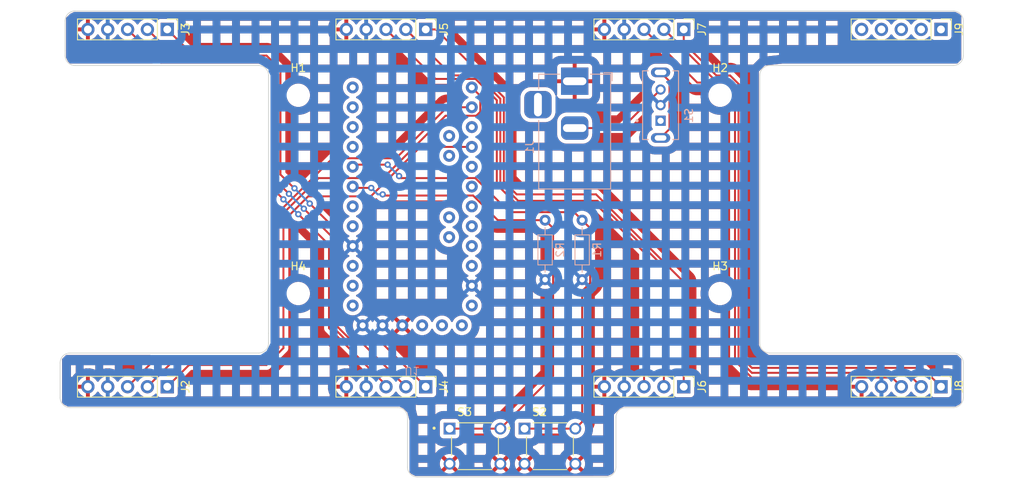
<source format=kicad_pcb>
(kicad_pcb (version 20221018) (generator pcbnew)
  (title_block (title "4x8x8 Led Matrix Display Clock") (date "2023-06-26") (rev "${design_version}") (company "Filippo Graziani"))
  (layers (0 "F.Cu" mixed) (31 "B.Cu" mixed) (34 "B.Paste" user) (35 "F.Paste" user) (36 "B.SilkS" user "B.Silkscreen") (37 "F.SilkS" user "F.Silkscreen") (38 "B.Mask" user) (39 "F.Mask" user) (44 "Edge.Cuts" user))
  (property "design_version" "1.0")
  (net 0 "")
  (net 1 "/Vcc")
  (net 2 "Net-(J1-Pad2)")
  (net 3 "/CIN0")
  (net 4 "/DIN0")
  (net 5 "/CLK0")
  (net 6 "GND")
  (net 7 "/CIN1")
  (net 8 "/DIN1")
  (net 9 "/CLK1")
  (net 10 "/CIN2")
  (net 11 "/DIN2")
  (net 12 "/CLK2")
  (net 13 "/CIN3")
  (net 14 "/DIN3")
  (net 15 "/CLK3")
  (net 21 "/TIMER_RESET")
  (net 22 "/MODE_SELECT")
  (net 24 "unconnected-(S1-SHIELD-PadS1)")
  (footprint "Connector_PinHeader_2.54mm:PinHeader_1x05_P2.54mm_Vertical" (layer "F.Cu") (at 200.3502 49.9872 -90)
    (fp_text reference "J9" (at 0 -2.33 90) (layer "F.SilkS"))
    (fp_text value "LED4_OUT")
    (fp_line (start -1.33 -1.33) (end 0 -1.33) (stroke (width 0.12)) (layer "F.SilkS"))
    (fp_line (start -1.33 0) (end -1.33 -1.33) (stroke (width 0.12)) (layer "F.SilkS"))
    (fp_line (start -1.33 1.27) (end -1.33 11.49) (stroke (width 0.12)) (layer "F.SilkS"))
    (fp_line (start -1.33 1.27) (end 1.33 1.27) (stroke (width 0.12)) (layer "F.SilkS"))
    (fp_line (start -1.33 11.49) (end 1.33 11.49) (stroke (width 0.12)) (layer "F.SilkS"))
    (fp_line (start 1.33 1.27) (end 1.33 11.49) (stroke (width 0.12)) (layer "F.SilkS"))
    (pad "1" thru_hole rect locked (at 0 0 270) (size 1.7 1.7) (drill 1) (layers "*.Cu" "*.Mask"))
    (pad "2" thru_hole oval locked (at 0 2.54 270) (size 1.7 1.7) (drill 1) (layers "*.Cu" "*.Mask"))
    (pad "3" thru_hole oval locked (at 0 5.08 270) (size 1.7 1.7) (drill 1) (layers "*.Cu" "*.Mask"))
    (pad "4" thru_hole oval locked (at 0 7.62 270) (size 1.7 1.7) (drill 1) (layers "*.Cu" "*.Mask"))
    (pad "5" thru_hole oval locked (at 0 10.16 270) (size 1.7 1.7) (drill 1) (layers "*.Cu" "*.Mask"))
  )
  (footprint "1825967-1:SW_1825967-1" (layer "F.Cu") (at 140.716 103.378)
    (fp_text reference "S3" (at -1.325 -4.379) (layer "F.SilkS"))
    (fp_text value "1825967-1")
    (fp_line (start -3 1.17) (end -3 -1.17) (stroke (width 0.127)) (layer "F.SilkS"))
    (fp_line (start -2.17 3) (end 2.17 3) (stroke (width 0.127)) (layer "F.SilkS"))
    (fp_line (start 2.17 -3) (end -2.17 -3) (stroke (width 0.127)) (layer "F.SilkS"))
    (fp_line (start 3 -1.17) (end 3 1.17) (stroke (width 0.127)) (layer "F.SilkS"))
    (fp_circle (center -5.23 -2.312) (end -5.13 -2.312) (stroke (width 0.2)) (fill none) (layer "F.SilkS"))
    (pad "1" thru_hole rect (at -3.25 -2.25) (size 1.508 1.508) (drill 1) (layers "*.Cu" "*.Mask") (net 22 "/MODE_SELECT"))
    (pad "2" thru_hole circle (at 3.25 -2.25) (size 1.508 1.508) (drill 1) (layers "*.Cu" "*.Mask") (net 22 "/MODE_SELECT"))
    (pad "3" thru_hole circle (at -3.25 2.25) (size 1.508 1.508) (drill 1) (layers "*.Cu" "*.Mask") (net 1 "/Vcc"))
    (pad "4" thru_hole circle (at 3.25 2.25) (size 1.508 1.508) (drill 1) (layers "*.Cu" "*.Mask") (net 1 "/Vcc"))
  )
  (footprint "1825967-1:SW_1825967-1" (layer "F.Cu") (at 150.308 103.378)
    (fp_text reference "S2" (at -1.325 -4.379) (layer "F.SilkS"))
    (fp_text value "1825967-1")
    (fp_line (start -3 1.17) (end -3 -1.17) (stroke (width 0.127)) (layer "F.SilkS"))
    (fp_line (start -2.17 3) (end 2.17 3) (stroke (width 0.127)) (layer "F.SilkS"))
    (fp_line (start 2.17 -3) (end -2.17 -3) (stroke (width 0.127)) (layer "F.SilkS"))
    (fp_line (start 3 -1.17) (end 3 1.17) (stroke (width 0.127)) (layer "F.SilkS"))
    (fp_circle (center -5.23 -2.312) (end -5.13 -2.312) (stroke (width 0.2)) (fill none) (layer "F.SilkS"))
    (pad "1" thru_hole rect (at -3.25 -2.25) (size 1.508 1.508) (drill 1) (layers "*.Cu" "*.Mask") (net 21 "/TIMER_RESET"))
    (pad "2" thru_hole circle (at 3.25 -2.25) (size 1.508 1.508) (drill 1) (layers "*.Cu" "*.Mask") (net 21 "/TIMER_RESET"))
    (pad "3" thru_hole circle (at -3.25 2.25) (size 1.508 1.508) (drill 1) (layers "*.Cu" "*.Mask") (net 1 "/Vcc"))
    (pad "4" thru_hole circle (at 3.25 2.25) (size 1.508 1.508) (drill 1) (layers "*.Cu" "*.Mask") (net 1 "/Vcc"))
  )
  (footprint "Connector_PinHeader_2.54mm:PinHeader_1x05_P2.54mm_Vertical" (layer "F.Cu") (at 167.4318 95.758 -90)
    (fp_text reference "J6" (at 0 -2.33 90) (layer "F.SilkS"))
    (fp_text value "LED3_IN")
    (fp_line (start -1.33 -1.33) (end 0 -1.33) (stroke (width 0.12)) (layer "F.SilkS"))
    (fp_line (start -1.33 0) (end -1.33 -1.33) (stroke (width 0.12)) (layer "F.SilkS"))
    (fp_line (start -1.33 1.27) (end -1.33 11.49) (stroke (width 0.12)) (layer "F.SilkS"))
    (fp_line (start -1.33 1.27) (end 1.33 1.27) (stroke (width 0.12)) (layer "F.SilkS"))
    (fp_line (start -1.33 11.49) (end 1.33 11.49) (stroke (width 0.12)) (layer "F.SilkS"))
    (fp_line (start 1.33 1.27) (end 1.33 11.49) (stroke (width 0.12)) (layer "F.SilkS"))
    (pad "1" thru_hole rect locked (at 0 0 270) (size 1.7 1.7) (drill 1) (layers "*.Cu" "*.Mask") (net 10 "/CIN2"))
    (pad "2" thru_hole oval locked (at 0 2.54 270) (size 1.7 1.7) (drill 1) (layers "*.Cu" "*.Mask") (net 11 "/DIN2"))
    (pad "3" thru_hole oval locked (at 0 5.08 270) (size 1.7 1.7) (drill 1) (layers "*.Cu" "*.Mask") (net 12 "/CLK2"))
    (pad "4" thru_hole oval locked (at 0 7.62 270) (size 1.7 1.7) (drill 1) (layers "*.Cu" "*.Mask") (net 6 "GND"))
    (pad "5" thru_hole oval locked (at 0 10.16 270) (size 1.7 1.7) (drill 1) (layers "*.Cu" "*.Mask") (net 1 "/Vcc"))
  )
  (footprint "MountingHole:MountingHole_2.5mm" (layer "F.Cu") (at 172.085 58.42)
    (fp_text reference "H2" (at 0 -3.5) (layer "F.SilkS"))
    (fp_text value "MountingHole")
    (pad "" np_thru_hole circle (at 0 0) (size 2.5 2.5) (drill 2.5) (layers "*.Cu" "*.Mask"))
  )
  (footprint "MountingHole:MountingHole_2.5mm" (layer "F.Cu") (at 172.085 83.82)
    (fp_text reference "H3" (at 0 -3.5) (layer "F.SilkS"))
    (fp_text value "MountingHole")
    (pad "" np_thru_hole circle (at 0 0) (size 2.5 2.5) (drill 2.5) (layers "*.Cu" "*.Mask"))
  )
  (footprint "Connector_PinHeader_2.54mm:PinHeader_1x05_P2.54mm_Vertical" (layer "F.Cu") (at 134.4118 49.9872 -90)
    (fp_text reference "J5" (at 0 -2.33 90) (layer "F.SilkS"))
    (fp_text value "LED2_OUT")
    (fp_line (start -1.33 -1.33) (end 0 -1.33) (stroke (width 0.12)) (layer "F.SilkS"))
    (fp_line (start -1.33 0) (end -1.33 -1.33) (stroke (width 0.12)) (layer "F.SilkS"))
    (fp_line (start -1.33 1.27) (end -1.33 11.49) (stroke (width 0.12)) (layer "F.SilkS"))
    (fp_line (start -1.33 1.27) (end 1.33 1.27) (stroke (width 0.12)) (layer "F.SilkS"))
    (fp_line (start -1.33 11.49) (end 1.33 11.49) (stroke (width 0.12)) (layer "F.SilkS"))
    (fp_line (start 1.33 1.27) (end 1.33 11.49) (stroke (width 0.12)) (layer "F.SilkS"))
    (pad "1" thru_hole rect locked (at 0 0 270) (size 1.7 1.7) (drill 1) (layers "*.Cu" "*.Mask") (net 10 "/CIN2"))
    (pad "2" thru_hole oval locked (at 0 2.54 270) (size 1.7 1.7) (drill 1) (layers "*.Cu" "*.Mask") (net 11 "/DIN2"))
    (pad "3" thru_hole oval locked (at 0 5.08 270) (size 1.7 1.7) (drill 1) (layers "*.Cu" "*.Mask") (net 12 "/CLK2"))
    (pad "4" thru_hole oval locked (at 0 7.62 270) (size 1.7 1.7) (drill 1) (layers "*.Cu" "*.Mask") (net 6 "GND"))
    (pad "5" thru_hole oval locked (at 0 10.16 270) (size 1.7 1.7) (drill 1) (layers "*.Cu" "*.Mask") (net 1 "/Vcc"))
  )
  (footprint "Connector_PinHeader_2.54mm:PinHeader_1x05_P2.54mm_Vertical" (layer "F.Cu") (at 101.341 49.9872 -90)
    (fp_text reference "J3" (at 0 -2.33 90) (layer "F.SilkS"))
    (fp_text value "LED1_OUT")
    (fp_line (start -1.33 -1.33) (end 0 -1.33) (stroke (width 0.12)) (layer "F.SilkS"))
    (fp_line (start -1.33 0) (end -1.33 -1.33) (stroke (width 0.12)) (layer "F.SilkS"))
    (fp_line (start -1.33 1.27) (end -1.33 11.49) (stroke (width 0.12)) (layer "F.SilkS"))
    (fp_line (start -1.33 1.27) (end 1.33 1.27) (stroke (width 0.12)) (layer "F.SilkS"))
    (fp_line (start -1.33 11.49) (end 1.33 11.49) (stroke (width 0.12)) (layer "F.SilkS"))
    (fp_line (start 1.33 1.27) (end 1.33 11.49) (stroke (width 0.12)) (layer "F.SilkS"))
    (pad "1" thru_hole rect locked (at 0 0 270) (size 1.7 1.7) (drill 1) (layers "*.Cu" "*.Mask") (net 7 "/CIN1"))
    (pad "2" thru_hole oval locked (at 0 2.54 270) (size 1.7 1.7) (drill 1) (layers "*.Cu" "*.Mask") (net 8 "/DIN1"))
    (pad "3" thru_hole oval locked (at 0 5.08 270) (size 1.7 1.7) (drill 1) (layers "*.Cu" "*.Mask") (net 9 "/CLK1"))
    (pad "4" thru_hole oval locked (at 0 7.62 270) (size 1.7 1.7) (drill 1) (layers "*.Cu" "*.Mask") (net 6 "GND"))
    (pad "5" thru_hole oval locked (at 0 10.16 270) (size 1.7 1.7) (drill 1) (layers "*.Cu" "*.Mask") (net 1 "/Vcc"))
  )
  (footprint "Connector_PinHeader_2.54mm:PinHeader_1x05_P2.54mm_Vertical" (layer "F.Cu") (at 134.4118 95.758 -90)
    (fp_text reference "J4" (at 0 -2.33 90) (layer "F.SilkS"))
    (fp_text value "LED2_IN")
    (fp_line (start -1.33 -1.33) (end 0 -1.33) (stroke (width 0.12)) (layer "F.SilkS"))
    (fp_line (start -1.33 0) (end -1.33 -1.33) (stroke (width 0.12)) (layer "F.SilkS"))
    (fp_line (start -1.33 1.27) (end -1.33 11.49) (stroke (width 0.12)) (layer "F.SilkS"))
    (fp_line (start -1.33 1.27) (end 1.33 1.27) (stroke (width 0.12)) (layer "F.SilkS"))
    (fp_line (start -1.33 11.49) (end 1.33 11.49) (stroke (width 0.12)) (layer "F.SilkS"))
    (fp_line (start 1.33 1.27) (end 1.33 11.49) (stroke (width 0.12)) (layer "F.SilkS"))
    (pad "1" thru_hole rect locked (at 0 0 270) (size 1.7 1.7) (drill 1) (layers "*.Cu" "*.Mask") (net 7 "/CIN1"))
    (pad "2" thru_hole oval locked (at 0 2.54 270) (size 1.7 1.7) (drill 1) (layers "*.Cu" "*.Mask") (net 8 "/DIN1"))
    (pad "3" thru_hole oval locked (at 0 5.08 270) (size 1.7 1.7) (drill 1) (layers "*.Cu" "*.Mask") (net 9 "/CLK1"))
    (pad "4" thru_hole oval locked (at 0 7.62 270) (size 1.7 1.7) (drill 1) (layers "*.Cu" "*.Mask") (net 6 "GND"))
    (pad "5" thru_hole oval locked (at 0 10.16 270) (size 1.7 1.7) (drill 1) (layers "*.Cu" "*.Mask") (net 1 "/Vcc"))
  )
  (footprint "Connector_PinHeader_2.54mm:PinHeader_1x05_P2.54mm_Vertical" (layer "F.Cu") (at 101.341 95.758 -90)
    (fp_text reference "J2" (at 0 -2.33 90) (layer "F.SilkS"))
    (fp_text value "LED1_IN")
    (fp_line (start -1.33 -1.33) (end 0 -1.33) (stroke (width 0.12)) (layer "F.SilkS"))
    (fp_line (start -1.33 0) (end -1.33 -1.33) (stroke (width 0.12)) (layer "F.SilkS"))
    (fp_line (start -1.33 1.27) (end -1.33 11.49) (stroke (width 0.12)) (layer "F.SilkS"))
    (fp_line (start -1.33 1.27) (end 1.33 1.27) (stroke (width 0.12)) (layer "F.SilkS"))
    (fp_line (start -1.33 11.49) (end 1.33 11.49) (stroke (width 0.12)) (layer "F.SilkS"))
    (fp_line (start 1.33 1.27) (end 1.33 11.49) (stroke (width 0.12)) (layer "F.SilkS"))
    (pad "1" thru_hole rect locked (at 0 0 270) (size 1.7 1.7) (drill 1) (layers "*.Cu" "*.Mask") (net 3 "/CIN0"))
    (pad "2" thru_hole oval locked (at 0 2.54 270) (size 1.7 1.7) (drill 1) (layers "*.Cu" "*.Mask") (net 4 "/DIN0"))
    (pad "3" thru_hole oval locked (at 0 5.08 270) (size 1.7 1.7) (drill 1) (layers "*.Cu" "*.Mask") (net 5 "/CLK0"))
    (pad "4" thru_hole oval locked (at 0 7.62 270) (size 1.7 1.7) (drill 1) (layers "*.Cu" "*.Mask") (net 6 "GND"))
    (pad "5" thru_hole oval locked (at 0 10.16 270) (size 1.7 1.7) (drill 1) (layers "*.Cu" "*.Mask") (net 1 "/Vcc"))
  )
  (footprint "Connector_PinHeader_2.54mm:PinHeader_1x05_P2.54mm_Vertical" (layer "F.Cu") (at 200.3502 95.758 -90)
    (fp_text reference "J8" (at 0 -2.33 90) (layer "F.SilkS"))
    (fp_text value "LED4_IN")
    (fp_line (start -1.33 -1.33) (end 0 -1.33) (stroke (width 0.12)) (layer "F.SilkS"))
    (fp_line (start -1.33 0) (end -1.33 -1.33) (stroke (width 0.12)) (layer "F.SilkS"))
    (fp_line (start -1.33 1.27) (end -1.33 11.49) (stroke (width 0.12)) (layer "F.SilkS"))
    (fp_line (start -1.33 1.27) (end 1.33 1.27) (stroke (width 0.12)) (layer "F.SilkS"))
    (fp_line (start -1.33 11.49) (end 1.33 11.49) (stroke (width 0.12)) (layer "F.SilkS"))
    (fp_line (start 1.33 1.27) (end 1.33 11.49) (stroke (width 0.12)) (layer "F.SilkS"))
    (pad "1" thru_hole rect locked (at 0 0 270) (size 1.7 1.7) (drill 1) (layers "*.Cu" "*.Mask") (net 13 "/CIN3"))
    (pad "2" thru_hole oval locked (at 0 2.54 270) (size 1.7 1.7) (drill 1) (layers "*.Cu" "*.Mask") (net 14 "/DIN3"))
    (pad "3" thru_hole oval locked (at 0 5.08 270) (size 1.7 1.7) (drill 1) (layers "*.Cu" "*.Mask") (net 15 "/CLK3"))
    (pad "4" thru_hole oval locked (at 0 7.62 270) (size 1.7 1.7) (drill 1) (layers "*.Cu" "*.Mask") (net 6 "GND"))
    (pad "5" thru_hole oval locked (at 0 10.16 270) (size 1.7 1.7) (drill 1) (layers "*.Cu" "*.Mask") (net 1 "/Vcc"))
  )
  (footprint "Connector_PinHeader_2.54mm:PinHeader_1x05_P2.54mm_Vertical" (layer "F.Cu") (at 167.4318 49.9872 -90)
    (fp_text reference "J7" (at 0 -2.33 90) (layer "F.SilkS"))
    (fp_text value "LED3_OUT")
    (fp_line (start -1.33 -1.33) (end 0 -1.33) (stroke (width 0.12)) (layer "F.SilkS"))
    (fp_line (start -1.33 0) (end -1.33 -1.33) (stroke (width 0.12)) (layer "F.SilkS"))
    (fp_line (start -1.33 1.27) (end -1.33 11.49) (stroke (width 0.12)) (layer "F.SilkS"))
    (fp_line (start -1.33 1.27) (end 1.33 1.27) (stroke (width 0.12)) (layer "F.SilkS"))
    (fp_line (start -1.33 11.49) (end 1.33 11.49) (stroke (width 0.12)) (layer "F.SilkS"))
    (fp_line (start 1.33 1.27) (end 1.33 11.49) (stroke (width 0.12)) (layer "F.SilkS"))
    (pad "1" thru_hole rect locked (at 0 0 270) (size 1.7 1.7) (drill 1) (layers "*.Cu" "*.Mask") (net 13 "/CIN3"))
    (pad "2" thru_hole oval locked (at 0 2.54 270) (size 1.7 1.7) (drill 1) (layers "*.Cu" "*.Mask") (net 14 "/DIN3"))
    (pad "3" thru_hole oval locked (at 0 5.08 270) (size 1.7 1.7) (drill 1) (layers "*.Cu" "*.Mask") (net 15 "/CLK3"))
    (pad "4" thru_hole oval locked (at 0 7.62 270) (size 1.7 1.7) (drill 1) (layers "*.Cu" "*.Mask") (net 6 "GND"))
    (pad "5" thru_hole oval locked (at 0 10.16 270) (size 1.7 1.7) (drill 1) (layers "*.Cu" "*.Mask") (net 1 "/Vcc"))
  )
  (footprint "MountingHole:MountingHole_2.5mm" (layer "F.Cu") (at 118.11 83.82)
    (fp_text reference "H4" (at 0 -3.5) (layer "F.SilkS"))
    (fp_text value "MountingHole")
    (pad "" np_thru_hole circle (at 0 0) (size 2.5 2.5) (drill 2.5) (layers "*.Cu" "*.Mask"))
  )
  (footprint "MountingHole:MountingHole_2.5mm" (layer "F.Cu") (at 118.11 58.42)
    (fp_text reference "H1" (at 0 -3.5) (layer "F.SilkS"))
    (fp_text value "MountingHole")
    (pad "" np_thru_hole circle (at 0 0) (size 2.5 2.5) (drill 2.5) (layers "*.Cu" "*.Mask"))
  )
  (footprint "Connector_BarrelJack:BarrelJack_Horizontal" (layer "B.Cu") (at 153.4745 56.625 90)
    (fp_text reference "J1" (at -8.45 -5.75 90) (layer "B.SilkS") (effects (justify mirror)))
    (fp_text value "Barrel_Jack")
    (fp_line (start -13.8 -4.6) (end -13.8 4.6) (stroke (width 0.12)) (layer "B.SilkS"))
    (fp_line (start -13.8 4.6) (end 0.9 4.6) (stroke (width 0.12)) (layer "B.SilkS"))
    (fp_line (start -5 -4.6) (end -13.8 -4.6) (stroke (width 0.12)) (layer "B.SilkS"))
    (fp_line (start 0.05 4.8) (end 1.1 4.8) (stroke (width 0.12)) (layer "B.SilkS"))
    (fp_line (start 0.9 -4.6) (end -1 -4.6) (stroke (width 0.12)) (layer "B.SilkS"))
    (fp_line (start 0.9 -1.9) (end 0.9 -4.6) (stroke (width 0.12)) (layer "B.SilkS"))
    (fp_line (start 0.9 4.6) (end 0.9 2) (stroke (width 0.12)) (layer "B.SilkS"))
    (fp_line (start 1.1 3.75) (end 1.1 4.8) (stroke (width 0.12)) (layer "B.SilkS"))
    (pad "1" thru_hole rect (at 0 0 90) (size 3.5 3.5) (drill oval 1 3) (layers "*.Cu" "*.Mask") (net 1 "/Vcc"))
    (pad "2" thru_hole roundrect (at -6 0 90) (size 3 3.5) (drill oval 1 3) (layers "*.Cu" "*.Mask") (net 2 "Net-(J1-Pad2)"))
    (pad "3" thru_hole roundrect (at -3 -4.7 90) (size 3.5 3.5) (drill oval 3 1) (layers "*.Cu" "*.Mask"))
  )
  (footprint "Resistor_THT:R_Axial_DIN0204_L3.6mm_D1.6mm_P7.62mm_Horizontal" (layer "B.Cu") (at 154.432 82.042 90)
    (fp_text reference "R1" (at 3.81 1.92 90) (layer "B.SilkS") (effects (justify mirror)))
    (fp_text value "10K")
    (fp_line (start 0.94 0) (end 1.89 0) (stroke (width 0.12)) (layer "B.SilkS"))
    (fp_line (start 1.89 -0.92) (end 5.73 -0.92) (stroke (width 0.12)) (layer "B.SilkS"))
    (fp_line (start 1.89 0.92) (end 1.89 -0.92) (stroke (width 0.12)) (layer "B.SilkS"))
    (fp_line (start 5.73 -0.92) (end 5.73 0.92) (stroke (width 0.12)) (layer "B.SilkS"))
    (fp_line (start 5.73 0.92) (end 1.89 0.92) (stroke (width 0.12)) (layer "B.SilkS"))
    (fp_line (start 6.68 0) (end 5.73 0) (stroke (width 0.12)) (layer "B.SilkS"))
    (pad "1" thru_hole circle (at 0 0 90) (size 1.4 1.4) (drill 0.7) (layers "*.Cu" "*.Mask") (net 6 "GND"))
    (pad "2" thru_hole oval (at 7.62 0 90) (size 1.4 1.4) (drill 0.7) (layers "*.Cu" "*.Mask") (net 21 "/TIMER_RESET"))
  )
  (footprint "Resistor_THT:R_Axial_DIN0204_L3.6mm_D1.6mm_P7.62mm_Horizontal" (layer "B.Cu") (at 149.6895 82.042 90)
    (fp_text reference "R2" (at 3.81 1.92 90) (layer "B.SilkS") (effects (justify mirror)))
    (fp_text value "10K")
    (fp_line (start 0.94 0) (end 1.89 0) (stroke (width 0.12)) (layer "B.SilkS"))
    (fp_line (start 1.89 -0.92) (end 5.73 -0.92) (stroke (width 0.12)) (layer "B.SilkS"))
    (fp_line (start 1.89 0.92) (end 1.89 -0.92) (stroke (width 0.12)) (layer "B.SilkS"))
    (fp_line (start 5.73 -0.92) (end 5.73 0.92) (stroke (width 0.12)) (layer "B.SilkS"))
    (fp_line (start 5.73 0.92) (end 1.89 0.92) (stroke (width 0.12)) (layer "B.SilkS"))
    (fp_line (start 6.68 0) (end 5.73 0) (stroke (width 0.12)) (layer "B.SilkS"))
    (pad "1" thru_hole circle (at 0 0 90) (size 1.4 1.4) (drill 0.7) (layers "*.Cu" "*.Mask") (net 6 "GND"))
    (pad "2" thru_hole oval (at 7.62 0 90) (size 1.4 1.4) (drill 0.7) (layers "*.Cu" "*.Mask") (net 22 "/MODE_SELECT"))
  )
  (footprint "filippo_arduino_pro_mini:ArduinoProMini_FG" (layer "B.Cu") (at 132.6896 93.2325)
    (fp_text reference "U1" (at 0 0.5 180 unlocked) (layer "B.SilkS") (effects (font (thickness 0.1)) (justify mirror)))
    (fp_text value "ArduinoProMini_FG")
    (pad "1" thru_hole circle (at -1.27 -5.334) (size 1.524 1.524) (drill 0.762) (layers "*.Cu" "*.Mask") (net 1 "/Vcc"))
    (pad "2" thru_hole circle (at 7.62 -15.494) (size 1.524 1.524) (drill 0.762) (layers "*.Cu" "*.Mask"))
    (pad "3" thru_hole circle (at 7.62 -7.874) (size 1.524 1.524) (drill 0.762) (layers "*.Cu" "*.Mask"))
    (pad "4" thru_hole circle (at 7.62 -12.954) (size 1.524 1.524) (drill 0.762) (layers "*.Cu" "*.Mask"))
    (pad "5" thru_hole circle (at -7.62 -12.954) (size 1.524 1.524) (drill 0.762) (layers "*.Cu" "*.Mask"))
    (pad "6" thru_hole circle (at 7.62 -28.194) (size 1.524 1.524) (drill 0.762) (layers "*.Cu" "*.Mask") (net 3 "/CIN0"))
    (pad "7" thru_hole circle (at 7.62 -30.734) (size 1.524 1.524) (drill 0.762) (layers "*.Cu" "*.Mask"))
    (pad "8" thru_hole circle (at 7.62 -33.274) (size 1.524 1.524) (drill 0.762) (layers "*.Cu" "*.Mask") (net 5 "/CLK0"))
    (pad "9" thru_hole circle (at -7.62 -18.034) (size 1.524 1.524) (drill 0.762) (layers "*.Cu" "*.Mask"))
    (pad "10" thru_hole circle (at -7.62 -20.574) (size 1.524 1.524) (drill 0.762) (layers "*.Cu" "*.Mask"))
    (pad "11" thru_hole circle (at -7.62 -23.114) (size 1.524 1.524) (drill 0.762) (layers "*.Cu" "*.Mask") (net 22 "/MODE_SELECT"))
    (pad "12" thru_hole circle (at -7.62 -25.654) (size 1.524 1.524) (drill 0.762) (layers "*.Cu" "*.Mask") (net 21 "/TIMER_RESET"))
    (pad "13" thru_hole circle (at -7.62 -28.194) (size 1.524 1.524) (drill 0.762) (layers "*.Cu" "*.Mask"))
    (pad "14" thru_hole circle (at -7.62 -30.734) (size 1.524 1.524) (drill 0.762) (layers "*.Cu" "*.Mask"))
    (pad "15" thru_hole circle (at -7.62 -33.274) (size 1.524 1.524) (drill 0.762) (layers "*.Cu" "*.Mask"))
    (pad "16" thru_hole circle (at -7.62 -35.814) (size 1.524 1.524) (drill 0.762) (layers "*.Cu" "*.Mask"))
    (pad "17" thru_hole circle (at 7.62 -35.814) (size 1.524 1.524) (drill 0.762) (layers "*.Cu" "*.Mask") (net 4 "/DIN0"))
    (pad "18" thru_hole circle (at -7.62 -15.494) (size 1.524 1.524) (drill 0.762) (layers "*.Cu" "*.Mask") (net 6 "GND"))
    (pad "19" thru_hole circle (at 7.62 -10.414) (size 1.524 1.524) (drill 0.762) (layers "*.Cu" "*.Mask") (net 6 "GND"))
    (pad "20" thru_hole circle (at -6.35 -5.334) (size 1.524 1.524) (drill 0.762) (layers "*.Cu" "*.Mask") (net 6 "GND"))
    (pad "21" thru_hole circle (at -3.81 -5.334) (size 1.524 1.524) (drill 0.762) (layers "*.Cu" "*.Mask") (net 6 "GND"))
    (pad "22" thru_hole circle (at -7.62 -10.414) (size 1.524 1.524) (drill 0.762) (layers "*.Cu" "*.Mask"))
    (pad "23" thru_hole circle (at -7.62 -7.874) (size 1.524 1.524) (drill 0.762) (layers "*.Cu" "*.Mask"))
    (pad "24" thru_hole circle (at 1.27 -5.334) (size 1.524 1.524) (drill 0.762) (layers "*.Cu" "*.Mask"))
    (pad "25" thru_hole circle (at 3.81 -5.334) (size 1.524 1.524) (drill 0.762) (layers "*.Cu" "*.Mask"))
    (pad "26" thru_hole circle (at 4.7244 -27.051) (size 1.524 1.524) (drill 0.762) (layers "*.Cu" "*.Mask"))
    (pad "27" thru_hole circle (at 4.7244 -29.591) (size 1.524 1.524) (drill 0.762) (layers "*.Cu" "*.Mask"))
    (pad "28" thru_hole circle (at 4.7244 -16.637) (size 1.524 1.524) (drill 0.762) (layers "*.Cu" "*.Mask"))
    (pad "29" thru_hole circle (at 4.7244 -19.177) (size 1.524 1.524) (drill 0.762) (layers "*.Cu" "*.Mask"))
    (pad "30" thru_hole circle (at 7.62 -18.034) (size 1.524 1.524) (drill 0.762) (layers "*.Cu" "*.Mask"))
    (pad "31" thru_hole circle (at 7.62 -20.574) (size 1.524 1.524) (drill 0.762) (layers "*.Cu" "*.Mask"))
    (pad "32" thru_hole circle (at 7.62 -23.114) (size 1.524 1.524) (drill 0.762) (layers "*.Cu" "*.Mask"))
    (pad "33" thru_hole circle (at 7.62 -25.654) (size 1.524 1.524) (drill 0.762) (layers "*.Cu" "*.Mask"))
    (pad "34" thru_hole circle (at 6.35 -5.334) (size 1.524 1.524) (drill 0.762) (layers "*.Cu" "*.Mask"))
  )
  (footprint "SS12D07VG4:SW_SS12D07VG4" (layer "B.Cu") (at 164.465 59.69 90)
    (fp_text reference "S1" (at -1.325 3.635 90) (layer "B.SilkS") (effects (justify mirror)))
    (fp_text value "SS12D07VG4")
    (fp_line (start -4.4 -2.3) (end -4.4 -1.55) (stroke (width 0.127)) (layer "B.SilkS"))
    (fp_line (start -4.4 -2.3) (end 4.4 -2.3) (stroke (width 0.127)) (layer "B.SilkS"))
    (fp_line (start -4.4 2.3) (end -4.4 1.55) (stroke (width 0.127)) (layer "B.SilkS"))
    (fp_line (start 4.4 -2.3) (end 4.4 -1.55) (stroke (width 0.127)) (layer "B.SilkS"))
    (fp_line (start 4.4 2.3) (end -4.4 2.3) (stroke (width 0.127)) (layer "B.SilkS"))
    (fp_line (start 4.4 2.3) (end 4.4 1.55) (stroke (width 0.127)) (layer "B.SilkS"))
    (fp_circle (center -2 -3) (end -1.9 -3) (stroke (width 0.2)) (fill none) (layer "B.SilkS"))
    (pad "1" thru_hole rect (at -2 0 90) (size 1.308 1.308) (drill 0.8) (layers "*.Cu" "*.Mask"))
    (pad "2" thru_hole circle (at 0 0 90) (size 1.308 1.308) (drill 0.8) (layers "*.Cu" "*.Mask") (net 6 "GND"))
    (pad "3" thru_hole circle (at 2 0 90) (size 1.308 1.308) (drill 0.8) (layers "*.Cu" "*.Mask") (net 2 "Net-(J1-Pad2)"))
    (pad "S1" thru_hole oval (at -4.2 0 90) (size 1.23 2.46) (drill oval 0.7 1.5) (layers "*.Cu" "*.Mask") (net 24 "unconnected-(S1-SHIELD-PadS1)"))
    (pad "S2" thru_hole oval (at 4.2 0 90) (size 1.23 2.46) (drill oval 0.7 1.5) (layers "*.Cu" "*.Mask") (net 24 "unconnected-(S1-SHIELD-PadS1)"))
  )
  (gr_arc (start 201.93 91.44) (mid 202.828026 91.811974) (end 203.2 92.71) (stroke (width 0.1)) (layer "Edge.Cuts"))
  (gr_line (start 203.2 53.34) (end 203.2 48.895) (stroke (width 0.1)) (layer "Edge.Cuts"))
  (gr_line (start 114.3 55.88) (end 114.3 88.9) (stroke (width 0.1)) (layer "Edge.Cuts"))
  (gr_line (start 114.3 88.9) (end 114.3 90.17) (stroke (width 0.1)) (layer "Edge.Cuts"))
  (gr_arc (start 203.2 53.34) (mid 202.828026 54.238026) (end 201.93 54.61) (stroke (width 0.1)) (layer "Edge.Cuts"))
  (gr_arc (start 88.9 98.425) (mid 88.001974 98.053026) (end 87.63 97.155) (stroke (width 0.1)) (layer "Edge.Cuts"))
  (gr_line (start 177.165 90.17) (end 177.165 55.88) (stroke (width 0.1)) (layer "Edge.Cuts"))
  (gr_line (start 201.93 47.625) (end 89.535 47.625) (stroke (width 0.1)) (layer "Edge.Cuts"))
  (gr_arc (start 158.75 106.045) (mid 158.378026 106.943026) (end 157.48 107.315) (stroke (width 0.1)) (layer "Edge.Cuts"))
  (gr_arc (start 158.75 99.695) (mid 159.121974 98.796974) (end 160.02 98.425) (stroke (width 0.1)) (layer "Edge.Cuts"))
  (gr_arc (start 203.2 97.155) (mid 202.828026 98.053026) (end 201.93 98.425) (stroke (width 0.1)) (layer "Edge.Cuts"))
  (gr_arc (start 89.535 54.61) (mid 88.636974 54.238026) (end 88.265 53.34) (stroke (width 0.1)) (layer "Edge.Cuts"))
  (gr_arc (start 130.81 98.425) (mid 131.708026 98.796974) (end 132.08 99.695) (stroke (width 0.1)) (layer "Edge.Cuts"))
  (gr_arc (start 178.435 91.44) (mid 177.536974 91.068026) (end 177.165 90.17) (stroke (width 0.1)) (layer "Edge.Cuts"))
  (gr_arc (start 177.165 55.88) (mid 177.536974 54.981974) (end 178.435 54.61) (stroke (width 0.1)) (layer "Edge.Cuts"))
  (gr_arc (start 201.93 47.625) (mid 202.828026 47.996974) (end 203.2 48.895) (stroke (width 0.1)) (layer "Edge.Cuts"))
  (gr_line (start 87.63 92.71) (end 87.63 97.155) (stroke (width 0.1)) (layer "Edge.Cuts"))
  (gr_arc (start 114.3 90.17) (mid 113.928026 91.068026) (end 113.03 91.44) (stroke (width 0.1)) (layer "Edge.Cuts"))
  (gr_line (start 89.535 54.61) (end 113.03 54.61) (stroke (width 0.1)) (layer "Edge.Cuts"))
  (gr_line (start 132.08 99.695) (end 132.08 106.045) (stroke (width 0.1)) (layer "Edge.Cuts"))
  (gr_line (start 133.35 107.315) (end 157.48 107.315) (stroke (width 0.1)) (layer "Edge.Cuts"))
  (gr_arc (start 133.35 107.315) (mid 132.451974 106.943026) (end 132.08 106.045) (stroke (width 0.1)) (layer "Edge.Cuts"))
  (gr_line (start 158.75 106.045) (end 158.75 99.695) (stroke (width 0.1)) (layer "Edge.Cuts"))
  (gr_arc (start 113.03 54.61) (mid 113.928026 54.981974) (end 114.3 55.88) (stroke (width 0.1)) (layer "Edge.Cuts"))
  (gr_line (start 88.9 98.425) (end 130.81 98.425) (stroke (width 0.1)) (layer "Edge.Cuts"))
  (gr_line (start 160.02 98.425) (end 201.93 98.425) (stroke (width 0.1)) (layer "Edge.Cuts"))
  (gr_arc (start 88.265 48.895) (mid 88.636974 47.996974) (end 89.535 47.625) (stroke (width 0.1)) (layer "Edge.Cuts"))
  (gr_line (start 113.03 91.44) (end 88.9 91.44) (stroke (width 0.1)) (layer "Edge.Cuts"))
  (gr_arc (start 87.63 92.71) (mid 88.001974 91.811974) (end 88.9 91.44) (stroke (width 0.1)) (layer "Edge.Cuts"))
  (gr_line (start 201.93 91.44) (end 178.435 91.44) (stroke (width 0.1)) (layer "Edge.Cuts"))
  (gr_line (start 203.2 97.155) (end 203.2 92.71) (stroke (width 0.1)) (layer "Edge.Cuts"))
  (gr_line (start 178.435 54.61) (end 201.93 54.61) (stroke (width 0.1)) (layer "Edge.Cuts"))
  (gr_line (start 88.265 48.895) (end 88.265 52.705) (stroke (width 0.1)) (layer "Edge.Cuts"))
  (gr_line (start 88.265 52.705) (end 88.265 53.34) (stroke (width 0.1)) (layer "Edge.Cuts"))
  (segment (start 159.53 62.625) (end 164.465 57.69) (width 0.25) (layer "F.Cu") (net 2))
  (segment (start 153.4745 62.625) (end 159.53 62.625) (width 0.25) (layer "F.Cu") (net 2))
  (segment (start 114.037792 92.975) (end 116.205 90.807792) (width 0.25) (layer "F.Cu") (net 3))
  (segment (start 116.205 90.807792) (end 116.205 74.539695) (width 0.25) (layer "F.Cu") (net 3))
  (segment (start 101.341 95.758) (end 104.124 92.975) (width 0.25) (layer "F.Cu") (net 3))
  (segment (start 104.124 92.975) (end 114.037792 92.975) (width 0.25) (layer "F.Cu") (net 3))
  (segment (start 127.381 71.374) (end 133.7165 65.0385) (width 0.25) (layer "F.Cu") (net 3))
  (segment (start 133.7165 65.0385) (end 140.3096 65.0385) (width 0.25) (layer "F.Cu") (net 3))
  (segment (start 119.370695 71.374) (end 127.381 71.374) (width 0.25) (layer "F.Cu") (net 3))
  (segment (start 116.205 74.539695) (end 119.370695 71.374) (width 0.25) (layer "F.Cu") (net 3))
  (segment (start 140.8845 61.0455) (end 141.3966 60.5334) (width 0.25) (layer "F.Cu") (net 4))
  (segment (start 115.57 90.806396) (end 115.57 74.168) (width 0.25) (layer "F.Cu") (net 4))
  (segment (start 136.948896 61.0455) (end 140.8845 61.0455) (width 0.25) (layer "F.Cu") (net 4))
  (segment (start 115.57 74.168) (end 120.7065 69.0315) (width 0.25) (layer "F.Cu") (net 4))
  (segment (start 128.962896 69.0315) (end 136.948896 61.0455) (width 0.25) (layer "F.Cu") (net 4))
  (segment (start 141.3966 58.5055) (end 140.3096 57.4185) (width 0.25) (layer "F.Cu") (net 4))
  (segment (start 120.7065 69.0315) (end 128.962896 69.0315) (width 0.25) (layer "F.Cu") (net 4))
  (segment (start 102.034 92.525) (end 113.851396 92.525) (width 0.25) (layer "F.Cu") (net 4))
  (segment (start 98.801 95.758) (end 102.034 92.525) (width 0.25) (layer "F.Cu") (net 4))
  (segment (start 113.851396 92.525) (end 115.57 90.806396) (width 0.25) (layer "F.Cu") (net 4))
  (segment (start 141.3966 60.5334) (end 141.3966 58.5055) (width 0.25) (layer "F.Cu") (net 4))
  (segment (start 130.6125 66.4915) (end 137.1455 59.9585) (width 0.25) (layer "F.Cu") (net 5))
  (segment (start 114.944305 74.041) (end 122.493805 66.4915) (width 0.25) (layer "F.Cu") (net 5))
  (segment (start 99.944 92.075) (end 113.665 92.075) (width 0.25) (layer "F.Cu") (net 5))
  (segment (start 113.665 92.075) (end 114.935 90.805) (width 0.25) (layer "F.Cu") (net 5))
  (segment (start 137.1455 59.9585) (end 140.3096 59.9585) (width 0.25) (layer "F.Cu") (net 5))
  (segment (start 114.935 90.805) (end 114.935 74.041) (width 0.25) (layer "F.Cu") (net 5))
  (segment (start 114.935 74.041) (end 114.944305 74.041) (width 0.25) (layer "F.Cu") (net 5))
  (segment (start 96.261 95.758) (end 99.944 92.075) (width 0.25) (layer "F.Cu") (net 5))
  (segment (start 122.493805 66.4915) (end 130.6125 66.4915) (width 0.25) (layer "F.Cu") (net 5))
  (segment (start 114.046 53.34) (end 115.824 55.118) (width 0.25) (layer "F.Cu") (net 7))
  (segment (start 104.6938 53.34) (end 114.046 53.34) (width 0.25) (layer "F.Cu") (net 7))
  (segment (start 101.341 49.9872) (end 104.6938 53.34) (width 0.25) (layer "F.Cu") (net 7))
  (segment (start 128.187404 89.533604) (end 134.4118 95.758) (width 0.25) (layer "F.Cu") (net 7))
  (segment (start 119.569439 72.29562) (end 122.936 75.662181) (width 0.25) (layer "F.Cu") (net 7))
  (segment (start 117.58549 70.34149) (end 117.61851 70.34149) (width 0.25) (layer "F.Cu") (net 7))
  (segment (start 115.824 55.118) (end 115.824 68.58) (width 0.25) (layer "F.Cu") (net 7))
  (segment (start 115.824 68.58) (end 117.58549 70.34149) (width 0.25) (layer "F.Cu") (net 7))
  (segment (start 124.585604 89.533604) (end 128.187404 89.533604) (width 0.25) (layer "F.Cu") (net 7))
  (segment (start 122.936 87.884) (end 124.585604 89.533604) (width 0.25) (layer "F.Cu") (net 7))
  (segment (start 122.936 75.662181) (end 122.936 87.884) (width 0.25) (layer "F.Cu") (net 7))
  (via (at 119.569439 72.29562) (size 0.8) (drill 0.4) (layers "F.Cu" "B.Cu") (net 7))
  (via (at 117.61851 70.34149) (size 0.8) (drill 0.4) (layers "F.Cu" "B.Cu") (net 7))
  (segment (start 119.569439 72.292419) (end 119.569439 72.29562) (width 0.25) (layer "B.Cu") (net 7))
  (segment (start 117.61851 70.34149) (end 119.569439 72.292419) (width 0.25) (layer "B.Cu") (net 7))
  (segment (start 115.374 69.51049) (end 116.911755 71.048245) (width 0.25) (layer "F.Cu") (net 8))
  (segment (start 98.801 49.9872) (end 102.1538 53.34) (width 0.25) (layer "F.Cu") (net 8))
  (segment (start 113.859604 53.79) (end 115.374 55.304396) (width 0.25) (layer "F.Cu") (net 8))
  (segment (start 122.486 76.62249) (end 122.486 88.070396) (width 0.25) (layer "F.Cu") (net 8))
  (segment (start 122.486 88.070396) (end 124.399208 89.983604) (width 0.25) (layer "F.Cu") (net 8))
  (segment (start 126.097404 89.983604) (end 131.8718 95.758) (width 0.25) (layer "F.Cu") (net 8))
  (segment (start 115.374 55.304396) (end 115.374 69.51049) (width 0.25) (layer "F.Cu") (net 8))
  (segment (start 104.507404 53.79) (end 113.859604 53.79) (width 0.25) (layer "F.Cu") (net 8))
  (segment (start 118.816755 72.953245) (end 122.486 76.62249) (width 0.25) (layer "F.Cu") (net 8))
  (segment (start 124.399208 89.983604) (end 126.097404 89.983604) (width 0.25) (layer "F.Cu") (net 8))
  (segment (start 102.1538 53.34) (end 104.057404 53.34) (width 0.25) (layer "F.Cu") (net 8))
  (segment (start 104.057404 53.34) (end 104.507404 53.79) (width 0.25) (layer "F.Cu") (net 8))
  (via (at 116.911755 71.048245) (size 0.8) (drill 0.4) (layers "F.Cu" "B.Cu") (net 8))
  (via (at 118.816755 72.953245) (size 0.8) (drill 0.4) (layers "F.Cu" "B.Cu") (net 8))
  (segment (start 116.911755 71.048245) (end 118.816755 72.953245) (width 0.25) (layer "B.Cu") (net 8))
  (segment (start 118.11 73.66) (end 122.036 77.586) (width 0.25) (layer "F.Cu") (net 9))
  (segment (start 114.808 70.358) (end 114.808 55.374792) (width 0.25) (layer "F.Cu") (net 9))
  (segment (start 114.808 55.374792) (end 113.673208 54.24) (width 0.25) (layer "F.Cu") (net 9))
  (segment (start 129.3318 95.552592) (end 129.3318 95.758) (width 0.25) (layer "F.Cu") (net 9))
  (segment (start 116.205 71.755) (end 114.808 70.358) (width 0.25) (layer "F.Cu") (net 9))
  (segment (start 122.036 77.586) (end 122.036 88.256792) (width 0.25) (layer "F.Cu") (net 9))
  (segment (start 100.5138 54.24) (end 96.261 49.9872) (width 0.25) (layer "F.Cu") (net 9))
  (segment (start 122.036 88.256792) (end 129.3318 95.552592) (width 0.25) (layer "F.Cu") (net 9))
  (segment (start 113.673208 54.24) (end 100.5138 54.24) (width 0.25) (layer "F.Cu") (net 9))
  (via (at 118.11 73.66) (size 0.8) (drill 0.4) (layers "F.Cu" "B.Cu") (net 9))
  (via (at 116.205 71.755) (size 0.8) (drill 0.4) (layers "F.Cu" "B.Cu") (net 9))
  (segment (start 118.11 73.66) (end 116.205 71.755) (width 0.25) (layer "B.Cu") (net 9))
  (segment (start 167.4318 95.758) (end 167.4318 82.339008) (width 0.25) (layer "F.Cu") (net 10))
  (segment (start 144.41 69.477208) (end 144.41 58.682208) (width 0.25) (layer "F.Cu") (net 10))
  (segment (start 144.41 58.682208) (end 135.714992 49.9872) (width 0.25) (layer "F.Cu") (net 10))
  (segment (start 146.051396 71.118604) (end 144.41 69.477208) (width 0.25) (layer "F.Cu") (net 10))
  (segment (start 135.714992 49.9872) (end 134.4118 49.9872) (width 0.25) (layer "F.Cu") (net 10))
  (segment (start 156.211396 71.118604) (end 146.051396 71.118604) (width 0.25) (layer "F.Cu") (net 10))
  (segment (start 167.4318 82.339008) (end 156.211396 71.118604) (width 0.25) (layer "F.Cu") (net 10))
  (segment (start 164.8918 80.435404) (end 156.396396 71.94) (width 0.25) (layer "F.Cu") (net 11))
  (segment (start 164.8918 95.758) (end 164.8918 80.435404) (width 0.25) (layer "F.Cu") (net 11))
  (segment (start 140.972896 55.8815) (end 137.7661 55.8815) (width 0.25) (layer "F.Cu") (net 11))
  (segment (start 156.396396 71.94) (end 146.236396 71.94) (width 0.25) (layer "F.Cu") (net 11))
  (segment (start 143.96 69.663604) (end 143.96 58.868604) (width 0.25) (layer "F.Cu") (net 11))
  (segment (start 143.96 58.868604) (end 140.972896 55.8815) (width 0.25) (layer "F.Cu") (net 11))
  (segment (start 137.7661 55.8815) (end 131.8718 49.9872) (width 0.25) (layer "F.Cu") (net 11))
  (segment (start 146.236396 71.94) (end 143.96 69.663604) (width 0.25) (layer "F.Cu") (net 11))
  (segment (start 129.3318 49.9872) (end 135.6761 56.3315) (width 0.25) (layer "F.Cu") (net 12))
  (segment (start 143.51 69.85) (end 146.05 72.39) (width 0.25) (layer "F.Cu") (net 12))
  (segment (start 156.21 72.39) (end 162.3518 78.5318) (width 0.25) (layer "F.Cu") (net 12))
  (segment (start 140.7865 56.3315) (end 143.51 59.055) (width 0.25) (layer "F.Cu") (net 12))
  (segment (start 143.51 59.055) (end 143.51 69.85) (width 0.25) (layer "F.Cu") (net 12))
  (segment (start 135.6761 56.3315) (end 140.7865 56.3315) (width 0.25) (layer "F.Cu") (net 12))
  (segment (start 146.05 72.39) (end 156.21 72.39) (width 0.25) (layer "F.Cu") (net 12))
  (segment (start 162.3518 78.5318) (end 162.3518 95.758) (width 0.25) (layer "F.Cu") (net 12))
  (segment (start 200.3502 95.758) (end 197.936502 93.344302) (width 0.25) (layer "F.Cu") (net 13))
  (segment (start 173.372792 55.895) (end 171.612604 55.895) (width 0.25) (layer "F.Cu") (net 13))
  (segment (start 174.89 57.412208) (end 173.372792 55.895) (width 0.25) (layer "F.Cu") (net 13))
  (segment (start 167.4318 51.714196) (end 167.4318 49.9872) (width 0.25) (layer "F.Cu") (net 13))
  (segment (start 171.612604 55.895) (end 167.4318 51.714196) (width 0.25) (layer "F.Cu") (net 13))
  (segment (start 176.151094 93.344302) (end 174.89 92.083208) (width 0.25) (layer "F.Cu") (net 13))
  (segment (start 174.89 92.083208) (end 174.89 57.412208) (width 0.25) (layer "F.Cu") (net 13))
  (segment (start 197.936502 93.344302) (end 176.151094 93.344302) (width 0.25) (layer "F.Cu") (net 13))
  (segment (start 196.0322 93.98) (end 176.150396 93.98) (width 0.25) (layer "F.Cu") (net 14))
  (segment (start 164.9222 49.9872) (end 164.8918 49.9872) (width 0.25) (layer "F.Cu") (net 14))
  (segment (start 176.150396 93.98) (end 174.44 92.269604) (width 0.25) (layer "F.Cu") (net 14))
  (segment (start 174.44 57.598604) (end 173.186396 56.345) (width 0.25) (layer "F.Cu") (net 14))
  (segment (start 171.28 56.345) (end 164.9222 49.9872) (width 0.25) (layer "F.Cu") (net 14))
  (segment (start 173.186396 56.345) (end 171.28 56.345) (width 0.25) (layer "F.Cu") (net 14))
  (segment (start 197.8102 95.758) (end 196.0322 93.98) (width 0.25) (layer "F.Cu") (net 14))
  (segment (start 174.44 92.269604) (end 174.44 57.598604) (width 0.25) (layer "F.Cu") (net 14))
  (segment (start 173.99 57.785) (end 173.99 92.456) (width 0.25) (layer "F.Cu") (net 15))
  (segment (start 173.99 92.456) (end 176.117 94.583) (width 0.25) (layer "F.Cu") (net 15))
  (segment (start 173 56.795) (end 173.99 57.785) (width 0.25) (layer "F.Cu") (net 15))
  (segment (start 169.1596 56.795) (end 173 56.795) (width 0.25) (layer "F.Cu") (net 15))
  (segment (start 162.3518 49.9872) (end 169.1596 56.795) (width 0.25) (layer "F.Cu") (net 15))
  (segment (start 176.117 94.583) (end 194.0952 94.583) (width 0.25) (layer "F.Cu") (net 15))
  (segment (start 194.0952 94.583) (end 195.2702 95.758) (width 0.25) (layer "F.Cu") (net 15))
  (segment (start 125.3381 67.31) (end 125.0696 67.5785) (width 0.25) (layer "F.Cu") (net 21))
  (segment (start 140.759851 69.0315) (end 132.8985 69.0315) (width 0.25) (layer "F.Cu") (net 21))
  (segment (start 131.2615 69.0315) (end 131.004799 68.774799) (width 0.25) (layer "F.Cu") (net 21))
  (segment (start 132.8985 69.0315) (end 131.2615 69.0315) (width 0.25) (layer "F.Cu") (net 21))
  (segment (start 154.432 100.254) (end 154.432 83.491569) (width 0.25) (layer "F.Cu") (net 21))
  (segment (start 147.058 101.128) (end 153.558 101.128) (width 0.25) (layer "F.Cu") (net 21))
  (segment (start 154.432 83.491569) (end 155.457 82.466569) (width 0.25) (layer "F.Cu") (net 21))
  (segment (start 154.432 74.422) (end 153.407 73.397) (width 0.25) (layer "F.Cu") (net 21))
  (segment (start 153.558 101.128) (end 154.432 100.254) (width 0.25) (layer "F.Cu") (net 21))
  (segment (start 145.125351 73.397) (end 140.759851 69.0315) (width 0.25) (layer "F.Cu") (net 21))
  (segment (start 155.457 75.447) (end 154.432 74.422) (width 0.25) (layer "F.Cu") (net 21))
  (segment (start 155.457 82.466569) (end 155.457 75.447) (width 0.25) (layer "F.Cu") (net 21))
  (segment (start 129.54 67.31) (end 125.3381 67.31) (width 0.25) (layer "F.Cu") (net 21))
  (segment (start 153.407 73.397) (end 145.125351 73.397) (width 0.25) (layer "F.Cu") (net 21))
  (via (at 129.54 67.31) (size 0.8) (drill 0.4) (layers "F.Cu" "B.Cu") (net 21))
  (via (at 131.004799 68.774799) (size 0.8) (drill 0.4) (layers "F.Cu" "B.Cu") (net 21))
  (segment (start 131.004799 68.774799) (end 129.54 67.31) (width 0.25) (layer "B.Cu") (net 21))
  (segment (start 143.637 74.422) (end 140.483346 71.268346) (width 0.25) (layer "F.Cu") (net 22))
  (segment (start 149.6895 74.422) (end 143.637 74.422) (width 0.25) (layer "F.Cu") (net 22))
  (segment (start 150.7145 94.3795) (end 150.7145 75.447) (width 0.25) (layer "F.Cu") (net 22))
  (segment (start 125.241301 70.290201) (end 125.0696 70.1185) (width 0.25) (layer "F.Cu") (net 22))
  (segment (start 129.54 71.268346) (end 129.053346 71.268346) (width 0.25) (layer "F.Cu") (net 22))
  (segment (start 129.053346 71.268346) (end 128.905 71.12) (width 0.25) (layer "F.Cu") (net 22))
  (segment (start 137.466 101.128) (end 143.966 101.128) (width 0.25) (layer "F.Cu") (net 22))
  (segment (start 143.966 101.128) (end 150.7145 94.3795) (width 0.25) (layer "F.Cu") (net 22))
  (segment (start 140.483346 71.268346) (end 129.54 71.268346) (width 0.25) (layer "F.Cu") (net 22))
  (segment (start 127.440201 70.290201) (end 125.241301 70.290201) (width 0.25) (layer "F.Cu") (net 22))
  (segment (start 150.7145 75.447) (end 149.6895 74.422) (width 0.25) (layer "F.Cu") (net 22))
  (via (at 127.440201 70.290201) (size 0.8) (drill 0.4) (layers "F.Cu" "B.Cu") (net 22))
  (via (at 128.905 71.12) (size 0.8) (drill 0.4) (layers "F.Cu" "B.Cu") (net 22))
  (segment (start 128.905 71.12) (end 128.27 71.12) (width 0.25) (layer "B.Cu") (net 22))
  (segment (start 128.27 71.12) (end 127.440201 70.290201) (width 0.25) (layer "B.Cu") (net 22))
  (segment (start 165.608 56.633) (end 165.608 62.747) (width 0.25) (layer "F.Cu") (net 24))
  (segment (start 164.465 55.49) (end 165.608 56.633) (width 0.25) (layer "F.Cu") (net 24))
  (segment (start 165.608 62.747) (end 164.465 63.89) (width 0.25) (layer "F.Cu") (net 24))
  (zone (net 1) (net_name "/Vcc") (layer "F.Cu") (connect_pads (clearance 0.5)) (min_thickness 0.25) (fill yes (mode hatch) (thermal_gap 0.5) (thermal_bridge_width 0.5) (hatch_thickness 1) (hatch_gap 1.5) (hatch_orientation 0) (hatch_border_algorithm hatch_thickness) (hatch_min_hole_area 0.3))
    (polygon (pts (xy 89.408 47.752) (xy 88.9 48.006) (xy 88.392 48.514) (xy 88.392 53.594) (xy 88.646 54.102) (xy 88.9 54.356) (xy 113.03 54.356) (xy 113.538 54.61) (xy 114.3 55.118) (xy 114.3 55.372) (xy 114.554 55.88) (xy 114.554 90.17) (xy 114.046 91.186) (xy 113.284 91.694) (xy 88.392 91.694) (xy 87.884 92.202) (xy 87.884 97.79) (xy 88.138 98.044) (xy 88.646 98.298) (xy 131.064 98.298) (xy 131.572 98.552) (xy 132.08 99.06) (xy 132.334 100.076) (xy 132.334 106.68) (xy 132.588 106.934) (xy 133.096 107.188) (xy 157.752362 107.161832) (xy 158.242 106.934) (xy 158.496 106.68) (xy 158.496 99.314) (xy 159.258 98.552) (xy 159.766 98.298) (xy 202.184 98.298) (xy 202.692 98.044) (xy 202.946 97.79) (xy 202.946 92.202) (xy 202.438 91.694) (xy 178.308 91.694) (xy 177.546 91.186) (xy 177.292 90.932) (xy 177.038 90.424) (xy 177.038 55.372) (xy 177.8 54.61) (xy 180.086 54.356) (xy 202.438 54.356) (xy 202.946 53.848) (xy 202.946 48.26) (xy 202.692 48.006) (xy 202.184 47.752)))
  )
  (zone (net 6) (net_name "GND") (layer "B.Cu") (connect_pads (clearance 0.5)) (min_thickness 0.25) (fill yes (mode hatch) (thermal_gap 0.5) (thermal_bridge_width 0.5) (hatch_thickness 1) (hatch_gap 1.5) (hatch_orientation 0) (hatch_border_algorithm hatch_thickness) (hatch_min_hole_area 0.3))
    (polygon (pts (xy 89.408 47.752) (xy 88.9 48.006) (xy 88.392 48.514) (xy 88.392 53.594) (xy 88.646 54.102) (xy 88.9 54.356) (xy 113.03 54.356) (xy 113.538 54.61) (xy 114.3 55.118) (xy 114.3 55.372) (xy 114.554 55.88) (xy 114.554 90.17) (xy 114.046 91.186) (xy 113.284 91.694) (xy 88.392 91.694) (xy 87.884 92.202) (xy 87.884 97.79) (xy 88.138 98.044) (xy 88.646 98.298) (xy 131.064 98.298) (xy 131.572 98.552) (xy 132.08 99.06) (xy 132.334 100.076) (xy 132.334 106.68) (xy 132.588 106.934) (xy 133.096 107.188) (xy 157.752362 107.161832) (xy 158.242 106.934) (xy 158.496 106.68) (xy 158.496 99.314) (xy 159.258 98.552) (xy 159.766 98.298) (xy 202.184 98.298) (xy 202.692 98.044) (xy 202.946 97.79) (xy 202.946 92.202) (xy 202.438 91.694) (xy 178.308 91.694) (xy 177.546 91.186) (xy 177.292 90.932) (xy 177.038 90.424) (xy 177.038 55.372) (xy 177.8 54.61) (xy 180.086 54.356) (xy 202.438 54.356) (xy 202.946 53.848) (xy 202.946 48.26) (xy 202.692 48.006) (xy 202.184 47.752)))
  )
)
</source>
